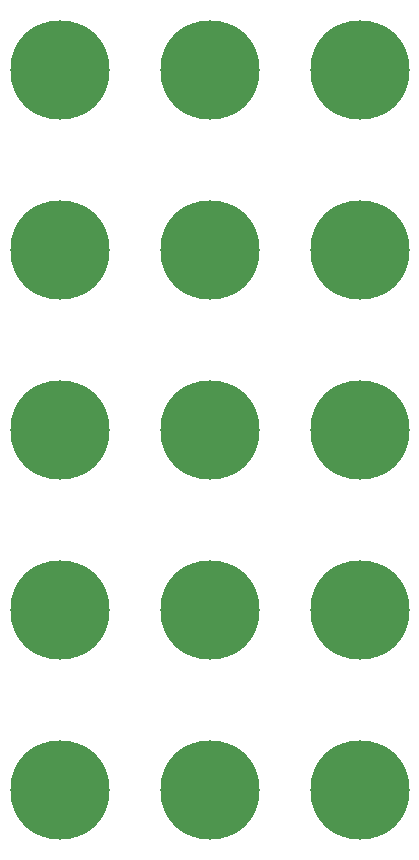
<source format=gbr>
G04 #@! TF.GenerationSoftware,KiCad,Pcbnew,5.0.2+dfsg1-1~bpo9+1*
G04 #@! TF.CreationDate,2019-05-24T18:29:25+02:00*
G04 #@! TF.ProjectId,frontpanel,66726f6e-7470-4616-9e65-6c2e6b696361,rev?*
G04 #@! TF.SameCoordinates,Original*
G04 #@! TF.FileFunction,Copper,L1,Top*
G04 #@! TF.FilePolarity,Positive*
%FSLAX46Y46*%
G04 Gerber Fmt 4.6, Leading zero omitted, Abs format (unit mm)*
G04 Created by KiCad (PCBNEW 5.0.2+dfsg1-1~bpo9+1) date Fri 24 May 2019 06:29:25 PM CEST*
%MOMM*%
%LPD*%
G01*
G04 APERTURE LIST*
G04 #@! TA.AperFunction,ComponentPad*
%ADD10C,8.400000*%
G04 #@! TD*
G04 APERTURE END LIST*
D10*
G04 #@! TO.P,REF\002A\002A,1*
G04 #@! TO.N,N/C*
X120396000Y-56261000D03*
G04 #@! TD*
G04 #@! TO.P,REF\002A\002A,1*
G04 #@! TO.N,N/C*
X145796000Y-56261000D03*
G04 #@! TD*
G04 #@! TO.P,REF\002A\002A,1*
G04 #@! TO.N,N/C*
X133096000Y-56261000D03*
G04 #@! TD*
G04 #@! TO.P,REF\002A\002A,1*
G04 #@! TO.N,N/C*
X133096000Y-71501000D03*
G04 #@! TD*
G04 #@! TO.P,REF\002A\002A,1*
G04 #@! TO.N,N/C*
X145796000Y-71501000D03*
G04 #@! TD*
G04 #@! TO.P,REF\002A\002A,1*
G04 #@! TO.N,N/C*
X120396000Y-71501000D03*
G04 #@! TD*
G04 #@! TO.P,REF\002A\002A,1*
G04 #@! TO.N,N/C*
X133096000Y-86741000D03*
G04 #@! TD*
G04 #@! TO.P,REF\002A\002A,1*
G04 #@! TO.N,N/C*
X145796000Y-86741000D03*
G04 #@! TD*
G04 #@! TO.P,REF\002A\002A,1*
G04 #@! TO.N,N/C*
X120396000Y-86741000D03*
G04 #@! TD*
G04 #@! TO.P,REF\002A\002A,1*
G04 #@! TO.N,N/C*
X133096000Y-101981000D03*
G04 #@! TD*
G04 #@! TO.P,REF\002A\002A,1*
G04 #@! TO.N,N/C*
X145796000Y-101981000D03*
G04 #@! TD*
G04 #@! TO.P,REF\002A\002A,1*
G04 #@! TO.N,N/C*
X120396000Y-101981000D03*
G04 #@! TD*
G04 #@! TO.P,REF\002A\002A,1*
G04 #@! TO.N,N/C*
X145796000Y-117221000D03*
G04 #@! TD*
G04 #@! TO.P,REF\002A\002A,1*
G04 #@! TO.N,N/C*
X133096000Y-117221000D03*
G04 #@! TD*
G04 #@! TO.P,REF\002A\002A,1*
G04 #@! TO.N,N/C*
X120396000Y-117221000D03*
G04 #@! TD*
M02*

</source>
